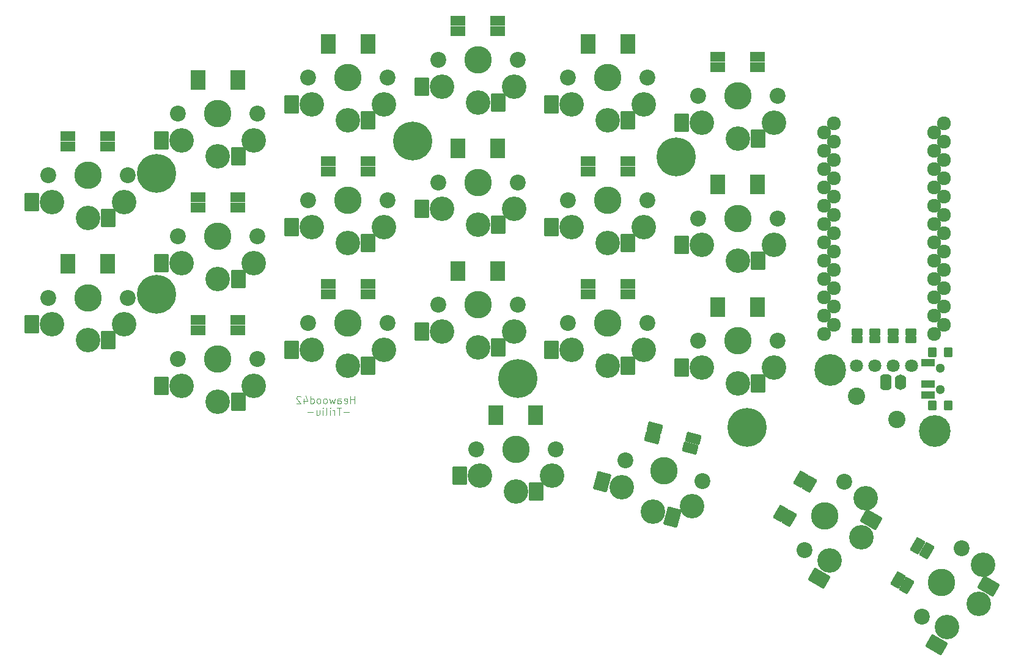
<source format=gbr>
G04 #@! TF.GenerationSoftware,KiCad,Pcbnew,7.0.8*
G04 #@! TF.CreationDate,2024-02-29T00:10:42-05:00*
G04 #@! TF.ProjectId,heawood4,68656177-6f6f-4643-942e-6b696361645f,1.0*
G04 #@! TF.SameCoordinates,Original*
G04 #@! TF.FileFunction,Soldermask,Bot*
G04 #@! TF.FilePolarity,Negative*
%FSLAX46Y46*%
G04 Gerber Fmt 4.6, Leading zero omitted, Abs format (unit mm)*
G04 Created by KiCad (PCBNEW 7.0.8) date 2024-02-29 00:10:42*
%MOMM*%
%LPD*%
G01*
G04 APERTURE LIST*
G04 Aperture macros list*
%AMRoundRect*
0 Rectangle with rounded corners*
0 $1 Rounding radius*
0 $2 $3 $4 $5 $6 $7 $8 $9 X,Y pos of 4 corners*
0 Add a 4 corners polygon primitive as box body*
4,1,4,$2,$3,$4,$5,$6,$7,$8,$9,$2,$3,0*
0 Add four circle primitives for the rounded corners*
1,1,$1+$1,$2,$3*
1,1,$1+$1,$4,$5*
1,1,$1+$1,$6,$7*
1,1,$1+$1,$8,$9*
0 Add four rect primitives between the rounded corners*
20,1,$1+$1,$2,$3,$4,$5,0*
20,1,$1+$1,$4,$5,$6,$7,0*
20,1,$1+$1,$6,$7,$8,$9,0*
20,1,$1+$1,$8,$9,$2,$3,0*%
G04 Aperture macros list end*
%ADD10C,0.125000*%
%ADD11RoundRect,0.200000X-0.850000X-0.500000X0.850000X-0.500000X0.850000X0.500000X-0.850000X0.500000X0*%
%ADD12RoundRect,0.200000X-0.950446X-0.262967X0.691627X-0.702959X0.950446X0.262967X-0.691627X0.702959X0*%
%ADD13RoundRect,0.200000X0.008013X-0.986122X0.858013X0.486122X-0.008013X0.986122X-0.858013X-0.486122X0*%
%ADD14RoundRect,0.200000X0.400000X-0.500000X0.400000X0.500000X-0.400000X0.500000X-0.400000X-0.500000X0*%
%ADD15C,1.300000*%
%ADD16RoundRect,0.200000X0.750000X-0.350000X0.750000X0.350000X-0.750000X0.350000X-0.750000X-0.350000X0*%
%ADD17C,5.400000*%
%ADD18RoundRect,0.450000X-0.350000X-0.625000X0.350000X-0.625000X0.350000X0.625000X-0.350000X0.625000X0*%
%ADD19O,1.600000X2.150000*%
%ADD20C,2.200000*%
%ADD21C,3.400000*%
%ADD22C,3.800000*%
%ADD23RoundRect,0.200000X-0.552628X1.242820X-1.352628X-0.142820X0.552628X-1.242820X1.352628X0.142820X0*%
%ADD24RoundRect,0.200000X1.057442X0.855463X-0.488040X1.269574X-1.057442X-0.855463X0.488040X-1.269574X0*%
%ADD25RoundRect,0.200000X0.800000X1.100000X-0.800000X1.100000X-0.800000X-1.100000X0.800000X-1.100000X0*%
%ADD26C,1.924000*%
%ADD27C,2.400000*%
%ADD28C,1.797000*%
%ADD29RoundRect,0.200000X-0.571500X0.317500X-0.571500X-0.317500X0.571500X-0.317500X0.571500X0.317500X0*%
%ADD30C,4.400000*%
G04 APERTURE END LIST*
D10*
X111929668Y-117651119D02*
X111929668Y-116651119D01*
X111929668Y-117127309D02*
X111358240Y-117127309D01*
X111358240Y-117651119D02*
X111358240Y-116651119D01*
X110501097Y-117603500D02*
X110596335Y-117651119D01*
X110596335Y-117651119D02*
X110786811Y-117651119D01*
X110786811Y-117651119D02*
X110882049Y-117603500D01*
X110882049Y-117603500D02*
X110929668Y-117508261D01*
X110929668Y-117508261D02*
X110929668Y-117127309D01*
X110929668Y-117127309D02*
X110882049Y-117032071D01*
X110882049Y-117032071D02*
X110786811Y-116984452D01*
X110786811Y-116984452D02*
X110596335Y-116984452D01*
X110596335Y-116984452D02*
X110501097Y-117032071D01*
X110501097Y-117032071D02*
X110453478Y-117127309D01*
X110453478Y-117127309D02*
X110453478Y-117222547D01*
X110453478Y-117222547D02*
X110929668Y-117317785D01*
X109596335Y-117651119D02*
X109596335Y-117127309D01*
X109596335Y-117127309D02*
X109643954Y-117032071D01*
X109643954Y-117032071D02*
X109739192Y-116984452D01*
X109739192Y-116984452D02*
X109929668Y-116984452D01*
X109929668Y-116984452D02*
X110024906Y-117032071D01*
X109596335Y-117603500D02*
X109691573Y-117651119D01*
X109691573Y-117651119D02*
X109929668Y-117651119D01*
X109929668Y-117651119D02*
X110024906Y-117603500D01*
X110024906Y-117603500D02*
X110072525Y-117508261D01*
X110072525Y-117508261D02*
X110072525Y-117413023D01*
X110072525Y-117413023D02*
X110024906Y-117317785D01*
X110024906Y-117317785D02*
X109929668Y-117270166D01*
X109929668Y-117270166D02*
X109691573Y-117270166D01*
X109691573Y-117270166D02*
X109596335Y-117222547D01*
X109215382Y-116984452D02*
X109024906Y-117651119D01*
X109024906Y-117651119D02*
X108834430Y-117174928D01*
X108834430Y-117174928D02*
X108643954Y-117651119D01*
X108643954Y-117651119D02*
X108453478Y-116984452D01*
X107929668Y-117651119D02*
X108024906Y-117603500D01*
X108024906Y-117603500D02*
X108072525Y-117555880D01*
X108072525Y-117555880D02*
X108120144Y-117460642D01*
X108120144Y-117460642D02*
X108120144Y-117174928D01*
X108120144Y-117174928D02*
X108072525Y-117079690D01*
X108072525Y-117079690D02*
X108024906Y-117032071D01*
X108024906Y-117032071D02*
X107929668Y-116984452D01*
X107929668Y-116984452D02*
X107786811Y-116984452D01*
X107786811Y-116984452D02*
X107691573Y-117032071D01*
X107691573Y-117032071D02*
X107643954Y-117079690D01*
X107643954Y-117079690D02*
X107596335Y-117174928D01*
X107596335Y-117174928D02*
X107596335Y-117460642D01*
X107596335Y-117460642D02*
X107643954Y-117555880D01*
X107643954Y-117555880D02*
X107691573Y-117603500D01*
X107691573Y-117603500D02*
X107786811Y-117651119D01*
X107786811Y-117651119D02*
X107929668Y-117651119D01*
X107024906Y-117651119D02*
X107120144Y-117603500D01*
X107120144Y-117603500D02*
X107167763Y-117555880D01*
X107167763Y-117555880D02*
X107215382Y-117460642D01*
X107215382Y-117460642D02*
X107215382Y-117174928D01*
X107215382Y-117174928D02*
X107167763Y-117079690D01*
X107167763Y-117079690D02*
X107120144Y-117032071D01*
X107120144Y-117032071D02*
X107024906Y-116984452D01*
X107024906Y-116984452D02*
X106882049Y-116984452D01*
X106882049Y-116984452D02*
X106786811Y-117032071D01*
X106786811Y-117032071D02*
X106739192Y-117079690D01*
X106739192Y-117079690D02*
X106691573Y-117174928D01*
X106691573Y-117174928D02*
X106691573Y-117460642D01*
X106691573Y-117460642D02*
X106739192Y-117555880D01*
X106739192Y-117555880D02*
X106786811Y-117603500D01*
X106786811Y-117603500D02*
X106882049Y-117651119D01*
X106882049Y-117651119D02*
X107024906Y-117651119D01*
X105834430Y-117651119D02*
X105834430Y-116651119D01*
X105834430Y-117603500D02*
X105929668Y-117651119D01*
X105929668Y-117651119D02*
X106120144Y-117651119D01*
X106120144Y-117651119D02*
X106215382Y-117603500D01*
X106215382Y-117603500D02*
X106263001Y-117555880D01*
X106263001Y-117555880D02*
X106310620Y-117460642D01*
X106310620Y-117460642D02*
X106310620Y-117174928D01*
X106310620Y-117174928D02*
X106263001Y-117079690D01*
X106263001Y-117079690D02*
X106215382Y-117032071D01*
X106215382Y-117032071D02*
X106120144Y-116984452D01*
X106120144Y-116984452D02*
X105929668Y-116984452D01*
X105929668Y-116984452D02*
X105834430Y-117032071D01*
X104929668Y-116984452D02*
X104929668Y-117651119D01*
X105167763Y-116603500D02*
X105405858Y-117317785D01*
X105405858Y-117317785D02*
X104786811Y-117317785D01*
X104453477Y-116746357D02*
X104405858Y-116698738D01*
X104405858Y-116698738D02*
X104310620Y-116651119D01*
X104310620Y-116651119D02*
X104072525Y-116651119D01*
X104072525Y-116651119D02*
X103977287Y-116698738D01*
X103977287Y-116698738D02*
X103929668Y-116746357D01*
X103929668Y-116746357D02*
X103882049Y-116841595D01*
X103882049Y-116841595D02*
X103882049Y-116936833D01*
X103882049Y-116936833D02*
X103929668Y-117079690D01*
X103929668Y-117079690D02*
X104501096Y-117651119D01*
X104501096Y-117651119D02*
X103882049Y-117651119D01*
X111167763Y-118880166D02*
X110405859Y-118880166D01*
X110072525Y-118261119D02*
X109501097Y-118261119D01*
X109786811Y-119261119D02*
X109786811Y-118261119D01*
X109167763Y-119261119D02*
X109167763Y-118594452D01*
X109167763Y-118784928D02*
X109120144Y-118689690D01*
X109120144Y-118689690D02*
X109072525Y-118642071D01*
X109072525Y-118642071D02*
X108977287Y-118594452D01*
X108977287Y-118594452D02*
X108882049Y-118594452D01*
X108548715Y-119261119D02*
X108548715Y-118594452D01*
X108548715Y-118261119D02*
X108596334Y-118308738D01*
X108596334Y-118308738D02*
X108548715Y-118356357D01*
X108548715Y-118356357D02*
X108501096Y-118308738D01*
X108501096Y-118308738D02*
X108548715Y-118261119D01*
X108548715Y-118261119D02*
X108548715Y-118356357D01*
X107929668Y-119261119D02*
X108024906Y-119213500D01*
X108024906Y-119213500D02*
X108072525Y-119118261D01*
X108072525Y-119118261D02*
X108072525Y-118261119D01*
X107548715Y-119261119D02*
X107548715Y-118594452D01*
X107548715Y-118261119D02*
X107596334Y-118308738D01*
X107596334Y-118308738D02*
X107548715Y-118356357D01*
X107548715Y-118356357D02*
X107501096Y-118308738D01*
X107501096Y-118308738D02*
X107548715Y-118261119D01*
X107548715Y-118261119D02*
X107548715Y-118356357D01*
X106643954Y-118594452D02*
X106643954Y-119261119D01*
X107072525Y-118594452D02*
X107072525Y-119118261D01*
X107072525Y-119118261D02*
X107024906Y-119213500D01*
X107024906Y-119213500D02*
X106929668Y-119261119D01*
X106929668Y-119261119D02*
X106786811Y-119261119D01*
X106786811Y-119261119D02*
X106691573Y-119213500D01*
X106691573Y-119213500D02*
X106643954Y-119165880D01*
X106167763Y-118880166D02*
X105405859Y-118880166D01*
D11*
X108250331Y-84097921D03*
X108250331Y-85497921D03*
X113750331Y-85497921D03*
X113750331Y-84097921D03*
X162250331Y-86597921D03*
X162250331Y-87997921D03*
X167750331Y-87997921D03*
X167750331Y-86597921D03*
X90250331Y-106097921D03*
X90250331Y-107497921D03*
X95750331Y-107497921D03*
X95750331Y-106097921D03*
X108250331Y-67097921D03*
X108250331Y-68497921D03*
X113750331Y-68497921D03*
X113750331Y-67097921D03*
D12*
X153492185Y-121070326D03*
X153129838Y-122422622D03*
X158442430Y-123846127D03*
X158804777Y-122493830D03*
D13*
X170946828Y-132930244D03*
X172159263Y-133630244D03*
X174909263Y-128867104D03*
X173696828Y-128167104D03*
X187196828Y-142180244D03*
X188409263Y-142880244D03*
X191159263Y-138117104D03*
X189946828Y-137417104D03*
D11*
X90250331Y-72097921D03*
X90250331Y-73497921D03*
X95750331Y-73497921D03*
X95750331Y-72097921D03*
X126250331Y-64597921D03*
X126250331Y-65997921D03*
X131750331Y-65997921D03*
X131750331Y-64597921D03*
X144250331Y-67097921D03*
X144250331Y-68497921D03*
X149750331Y-68497921D03*
X149750331Y-67097921D03*
X162250331Y-69597921D03*
X162250331Y-70997921D03*
X167750331Y-70997921D03*
X167750331Y-69597921D03*
X72250331Y-97597921D03*
X72250331Y-98997921D03*
X77750331Y-98997921D03*
X77750331Y-97597921D03*
X90250331Y-89097921D03*
X90250331Y-90497921D03*
X95750331Y-90497921D03*
X95750331Y-89097921D03*
X126250331Y-81597921D03*
X126250331Y-82997921D03*
X131750331Y-82997921D03*
X131750331Y-81597921D03*
X144250331Y-84097921D03*
X144250331Y-85497921D03*
X149750331Y-85497921D03*
X149750331Y-84097921D03*
X131500331Y-118597921D03*
X131500331Y-119997921D03*
X137000331Y-119997921D03*
X137000331Y-118597921D03*
X108250331Y-101097921D03*
X108250331Y-102497921D03*
X113750331Y-102497921D03*
X113750331Y-101097921D03*
X126250331Y-98597921D03*
X126250331Y-99997921D03*
X131750331Y-99997921D03*
X131750331Y-98597921D03*
X144250331Y-101097921D03*
X144250331Y-102497921D03*
X149750331Y-102497921D03*
X149750331Y-101097921D03*
X162250331Y-103597921D03*
X162250331Y-104997921D03*
X167750331Y-104997921D03*
X167750331Y-103597921D03*
X72250331Y-80597921D03*
X72250331Y-81997921D03*
X77750331Y-81997921D03*
X77750331Y-80597921D03*
D14*
X191970000Y-117900000D03*
X194180000Y-117900000D03*
D15*
X193080000Y-115750000D03*
X193080000Y-112750000D03*
D14*
X191970000Y-110600000D03*
X194180000Y-110600000D03*
D16*
X191320000Y-112000000D03*
X191320000Y-115000000D03*
X191320000Y-116500000D03*
D17*
X134500000Y-114250000D03*
X84500000Y-102500000D03*
X166250000Y-121000032D03*
D18*
X185500000Y-114750000D03*
D19*
X187500000Y-114750000D03*
D20*
X179750000Y-128486860D03*
D21*
X182704294Y-130769873D03*
X182109550Y-136200000D03*
D22*
X177000000Y-133250000D03*
D21*
X177704294Y-139430127D03*
D20*
X174250000Y-138013140D03*
D23*
X176304294Y-141854998D03*
X183509550Y-133775129D03*
D20*
X160062592Y-128423505D03*
D21*
X158621999Y-131868021D03*
X153222968Y-132698962D03*
D22*
X154750000Y-127000000D03*
D21*
X148962740Y-129279830D03*
D20*
X149437408Y-125576495D03*
D24*
X146258148Y-128555137D03*
X155927560Y-133423656D03*
D20*
X80500000Y-86000000D03*
D21*
X80000000Y-89700000D03*
X75000000Y-91900000D03*
D22*
X75000000Y-86000000D03*
D21*
X70000000Y-89700000D03*
D20*
X69500000Y-86000000D03*
D25*
X67200000Y-89700000D03*
X77800000Y-91900000D03*
D20*
X98500000Y-77500000D03*
D21*
X98000000Y-81200000D03*
X93000000Y-83400000D03*
D22*
X93000000Y-77500000D03*
D21*
X88000000Y-81200000D03*
D20*
X87500000Y-77500000D03*
D25*
X85200000Y-81200000D03*
X95800000Y-83400000D03*
D20*
X116500000Y-72500000D03*
D21*
X116000000Y-76200000D03*
X111000000Y-78400000D03*
D22*
X111000000Y-72500000D03*
D21*
X106000000Y-76200000D03*
D20*
X105500000Y-72500000D03*
D25*
X103200000Y-76200000D03*
X113800000Y-78400000D03*
D20*
X134500000Y-70000000D03*
D21*
X134000000Y-73700000D03*
X129000000Y-75900000D03*
D22*
X129000000Y-70000000D03*
D21*
X124000000Y-73700000D03*
D20*
X123500000Y-70000000D03*
D25*
X121200000Y-73700000D03*
X131800000Y-75900000D03*
D20*
X152500000Y-72500000D03*
D21*
X152000000Y-76200000D03*
X147000000Y-78400000D03*
D22*
X147000000Y-72500000D03*
D21*
X142000000Y-76200000D03*
D20*
X141500000Y-72500000D03*
D25*
X139200000Y-76200000D03*
X149800000Y-78400000D03*
D20*
X170500000Y-75000000D03*
D21*
X170000000Y-78700000D03*
X165000000Y-80900000D03*
D22*
X165000000Y-75000000D03*
D21*
X160000000Y-78700000D03*
D20*
X159500000Y-75000000D03*
D25*
X157200000Y-78700000D03*
X167800000Y-80900000D03*
D20*
X80500000Y-103000000D03*
D21*
X80000000Y-106700000D03*
X75000000Y-108900000D03*
D22*
X75000000Y-103000000D03*
D21*
X70000000Y-106700000D03*
D20*
X69500000Y-103000000D03*
D25*
X67200000Y-106700000D03*
X77800000Y-108900000D03*
D20*
X98500000Y-94500000D03*
D21*
X98000000Y-98200000D03*
X93000000Y-100400000D03*
D22*
X93000000Y-94500000D03*
D21*
X88000000Y-98200000D03*
D20*
X87500000Y-94500000D03*
D25*
X85200000Y-98200000D03*
X95800000Y-100400000D03*
D20*
X116500000Y-89500000D03*
D21*
X116000000Y-93200000D03*
X111000000Y-95400000D03*
D22*
X111000000Y-89500000D03*
D21*
X106000000Y-93200000D03*
D20*
X105500000Y-89500000D03*
D25*
X103200000Y-93200000D03*
X113800000Y-95400000D03*
D20*
X134500000Y-87000000D03*
D21*
X134000000Y-90700000D03*
X129000000Y-92900000D03*
D22*
X129000000Y-87000000D03*
D21*
X124000000Y-90700000D03*
D20*
X123500000Y-87000000D03*
D25*
X121200000Y-90700000D03*
X131800000Y-92900000D03*
D20*
X152500000Y-89500000D03*
D21*
X152000000Y-93200000D03*
X147000000Y-95400000D03*
D22*
X147000000Y-89500000D03*
D21*
X142000000Y-93200000D03*
D20*
X141500000Y-89500000D03*
D25*
X139200000Y-93200000D03*
X149800000Y-95400000D03*
D20*
X170500000Y-92000000D03*
D21*
X170000000Y-95700000D03*
X165000000Y-97900000D03*
D22*
X165000000Y-92000000D03*
D21*
X160000000Y-95700000D03*
D20*
X159500000Y-92000000D03*
D25*
X157200000Y-95700000D03*
X167800000Y-97900000D03*
D20*
X139750000Y-124000000D03*
D21*
X139250000Y-127700000D03*
X134250000Y-129900000D03*
D22*
X134250000Y-124000000D03*
D21*
X129250000Y-127700000D03*
D20*
X128750000Y-124000000D03*
D25*
X126450000Y-127700000D03*
X137050000Y-129900000D03*
D20*
X98500000Y-111500000D03*
D21*
X98000000Y-115200000D03*
X93000000Y-117400000D03*
D22*
X93000000Y-111500000D03*
D21*
X88000000Y-115200000D03*
D20*
X87500000Y-111500000D03*
D25*
X85200000Y-115200000D03*
X95800000Y-117400000D03*
D20*
X116500000Y-106500000D03*
D21*
X116000000Y-110200000D03*
X111000000Y-112400000D03*
D22*
X111000000Y-106500000D03*
D21*
X106000000Y-110200000D03*
D20*
X105500000Y-106500000D03*
D25*
X103200000Y-110200000D03*
X113800000Y-112400000D03*
D20*
X134500000Y-104000000D03*
D21*
X134000000Y-107700000D03*
X129000000Y-109900000D03*
D22*
X129000000Y-104000000D03*
D21*
X124000000Y-107700000D03*
D20*
X123500000Y-104000000D03*
D25*
X121200000Y-107700000D03*
X131800000Y-109900000D03*
D20*
X152500000Y-106500000D03*
D21*
X152000000Y-110200000D03*
X147000000Y-112400000D03*
D22*
X147000000Y-106500000D03*
D21*
X142000000Y-110200000D03*
D20*
X141500000Y-106500000D03*
D25*
X139200000Y-110200000D03*
X149800000Y-112400000D03*
D20*
X170500000Y-109000000D03*
D21*
X170000000Y-112700000D03*
X165000000Y-114900000D03*
D22*
X165000000Y-109000000D03*
D21*
X160000000Y-112700000D03*
D20*
X159500000Y-109000000D03*
D25*
X157200000Y-112700000D03*
X167800000Y-114900000D03*
D26*
X178311900Y-78812000D03*
X178311900Y-81352000D03*
X178311900Y-83892000D03*
X178311900Y-86432000D03*
X178311900Y-88972000D03*
X178311900Y-91512000D03*
X178311900Y-94052000D03*
X178311900Y-96592000D03*
X178311900Y-99132000D03*
X178311900Y-101672000D03*
X178311900Y-104212000D03*
X178311900Y-106752000D03*
X193531900Y-106752000D03*
X193531900Y-104212000D03*
X193531900Y-101672000D03*
X193531900Y-99132000D03*
X193531900Y-96592000D03*
X193531900Y-94052000D03*
X193531900Y-91512000D03*
X193531900Y-88972000D03*
X193531900Y-86432000D03*
X193531900Y-83892000D03*
X193531900Y-81352000D03*
X193531900Y-78812000D03*
X176985500Y-80082000D03*
X176985500Y-82622000D03*
X176985500Y-85162000D03*
X176985500Y-87702000D03*
X176985500Y-90242000D03*
X176985500Y-92782000D03*
X176985500Y-95322000D03*
X176985500Y-97862000D03*
X176985500Y-100402000D03*
X176985500Y-102942000D03*
X176985500Y-105482000D03*
X176985500Y-108022000D03*
X192225500Y-108022000D03*
X192225500Y-105482000D03*
X192225500Y-102942000D03*
X192225500Y-100402000D03*
X192225500Y-97862000D03*
X192225500Y-95322000D03*
X192225500Y-92782000D03*
X192225500Y-90242000D03*
X192225500Y-87702000D03*
X192225500Y-85162000D03*
X192225500Y-82622000D03*
X192225500Y-80082000D03*
D27*
X187064583Y-119875000D03*
X181435417Y-116625000D03*
D28*
X181436893Y-112418328D03*
X183976893Y-112418328D03*
X186516893Y-112418328D03*
X189056893Y-112418328D03*
D20*
X196000000Y-137736860D03*
D21*
X198954294Y-140019873D03*
X198359550Y-145450000D03*
D22*
X193250000Y-142500000D03*
D21*
X193954294Y-148680127D03*
D20*
X190500000Y-147263140D03*
D23*
X192554294Y-151104998D03*
X199759550Y-143025129D03*
D29*
X189000500Y-107789620D03*
X189000500Y-108790380D03*
X186500500Y-107789620D03*
X186500500Y-108790380D03*
X184000500Y-107789620D03*
X184000500Y-108790380D03*
X181500500Y-107789620D03*
X181500500Y-108790380D03*
D30*
X192250000Y-121500000D03*
X177760000Y-113000000D03*
D17*
X120000000Y-81250000D03*
X84500000Y-85750000D03*
X156500000Y-83500000D03*
M02*

</source>
